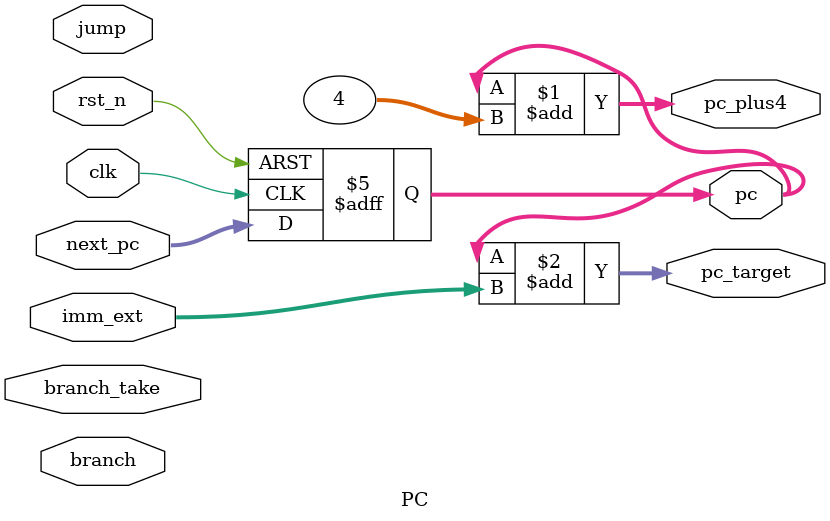
<source format=v>
module PC (
    input clk, rst_n,
    input [31:0] next_pc,
    input [31:0] imm_ext,
    input branch, jump, branch_take,
    output reg [31:0] pc,
    output [31:0] pc_plus4,
    output [31:0] pc_target
);
    // Internal calculations
    assign pc_plus4 = pc + 4;
    assign pc_target = pc + imm_ext;
    
    // PC update
    always @(posedge clk or negedge rst_n) begin
        if (!rst_n) 
            pc <= 32'b0;
        else 
            pc <= next_pc;
    end
endmodule
</source>
